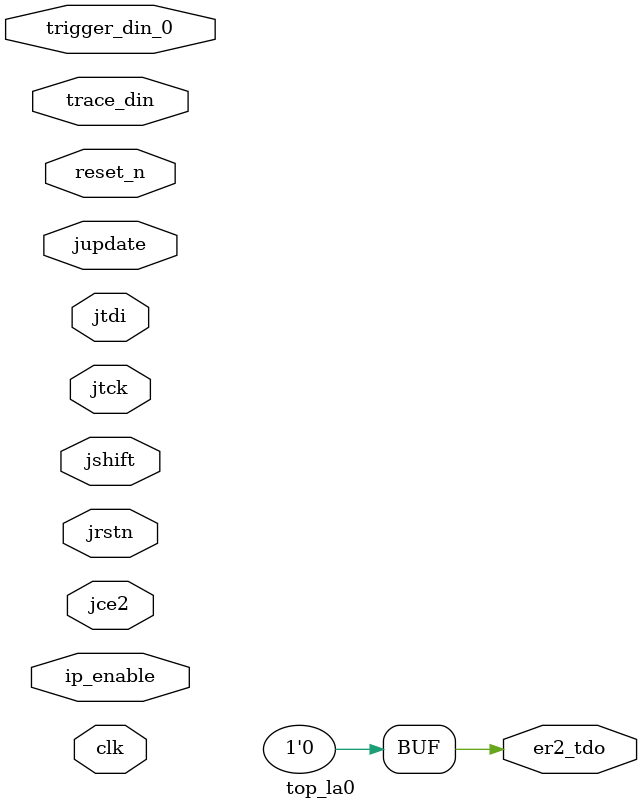
<source format=v>

/* WARNING - Changes to this file should be performed by re-running IPexpress
or modifying the .LPC file and regenerating the core.  Other changes may lead
to inconsistent simulation and/or implemenation results */

module top_la0 (
    clk,
    reset_n,
    jtck,
    jrstn,
    jce2,
    jtdi,
    er2_tdo,
    jshift,
    jupdate,
    trigger_din_0,
    trace_din,
    ip_enable
);

// PARAMETERS DEFINED BY USER
localparam NUM_TRACE_SIGNALS   = 249;
localparam NUM_TRIGGER_SIGNALS = 16;
localparam INCLUDE_TRIG_DATA   = 0;
localparam NUM_TU_BITS_0       = 16;

input  clk;
input  reset_n;
input  jtck;
input  jrstn;
input  jce2;
input  jtdi;
output er2_tdo;
input  jshift;
input  jupdate;
input  [NUM_TU_BITS_0 -1:0] trigger_din_0;
input  [NUM_TRACE_SIGNALS + (NUM_TRIGGER_SIGNALS * INCLUDE_TRIG_DATA) -1:0] trace_din;
input  ip_enable;

assign er2_tdo = 1'b0;

endmodule

</source>
